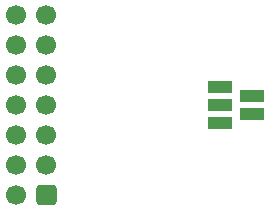
<source format=gbs>
G04 #@! TF.GenerationSoftware,KiCad,Pcbnew,(5.1.9-0-10_14)*
G04 #@! TF.CreationDate,2021-04-11T20:09:15+09:00*
G04 #@! TF.ProjectId,RL78DebugConnector,524c3738-4465-4627-9567-436f6e6e6563,V1.0*
G04 #@! TF.SameCoordinates,Original*
G04 #@! TF.FileFunction,Soldermask,Bot*
G04 #@! TF.FilePolarity,Negative*
%FSLAX46Y46*%
G04 Gerber Fmt 4.6, Leading zero omitted, Abs format (unit mm)*
G04 Created by KiCad (PCBNEW (5.1.9-0-10_14)) date 2021-04-11 20:09:15*
%MOMM*%
%LPD*%
G01*
G04 APERTURE LIST*
%ADD10R,2.000000X1.000000*%
%ADD11C,1.700000*%
G04 APERTURE END LIST*
D10*
X6000000Y1500000D03*
X8700000Y750000D03*
X6000000Y0D03*
X8700000Y-750000D03*
X6000000Y-1500000D03*
G36*
G01*
X-7880000Y-7020000D02*
X-7880000Y-8220000D01*
G75*
G02*
X-8130000Y-8470000I-250000J0D01*
G01*
X-9330000Y-8470000D01*
G75*
G02*
X-9580000Y-8220000I0J250000D01*
G01*
X-9580000Y-7020000D01*
G75*
G02*
X-9330000Y-6770000I250000J0D01*
G01*
X-8130000Y-6770000D01*
G75*
G02*
X-7880000Y-7020000I0J-250000D01*
G01*
G37*
D11*
X-8730000Y-5080000D03*
X-8730000Y-2540000D03*
X-8730000Y0D03*
X-8730000Y2540000D03*
X-8730000Y5080000D03*
X-8730000Y7620000D03*
X-11270000Y-7620000D03*
X-11270000Y-5080000D03*
X-11270000Y-2540000D03*
X-11270000Y0D03*
X-11270000Y2540000D03*
X-11270000Y5080000D03*
X-11270000Y7620000D03*
M02*

</source>
